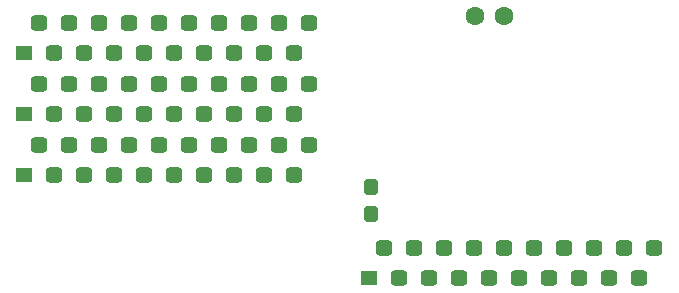
<source format=gbs>
G04 #@! TF.GenerationSoftware,KiCad,Pcbnew,7.0.2-0*
G04 #@! TF.CreationDate,2023-06-03T15:31:31+02:00*
G04 #@! TF.ProjectId,MegaCD,4d656761-4344-42e6-9b69-6361645f7063,rev?*
G04 #@! TF.SameCoordinates,Original*
G04 #@! TF.FileFunction,Soldermask,Bot*
G04 #@! TF.FilePolarity,Negative*
%FSLAX46Y46*%
G04 Gerber Fmt 4.6, Leading zero omitted, Abs format (unit mm)*
G04 Created by KiCad (PCBNEW 7.0.2-0) date 2023-06-03 15:31:31*
%MOMM*%
%LPD*%
G01*
G04 APERTURE LIST*
G04 Aperture macros list*
%AMRoundRect*
0 Rectangle with rounded corners*
0 $1 Rounding radius*
0 $2 $3 $4 $5 $6 $7 $8 $9 X,Y pos of 4 corners*
0 Add a 4 corners polygon primitive as box body*
4,1,4,$2,$3,$4,$5,$6,$7,$8,$9,$2,$3,0*
0 Add four circle primitives for the rounded corners*
1,1,$1+$1,$2,$3*
1,1,$1+$1,$4,$5*
1,1,$1+$1,$6,$7*
1,1,$1+$1,$8,$9*
0 Add four rect primitives between the rounded corners*
20,1,$1+$1,$2,$3,$4,$5,0*
20,1,$1+$1,$4,$5,$6,$7,0*
20,1,$1+$1,$6,$7,$8,$9,0*
20,1,$1+$1,$8,$9,$2,$3,0*%
G04 Aperture macros list end*
%ADD10R,1.400000X1.300000*%
%ADD11RoundRect,0.325000X0.375000X-0.325000X0.375000X0.325000X-0.375000X0.325000X-0.375000X-0.325000X0*%
%ADD12C,1.600000*%
%ADD13RoundRect,0.255319X-0.344681X0.394681X-0.344681X-0.394681X0.344681X-0.394681X0.344681X0.394681X0*%
G04 APERTURE END LIST*
D10*
X119380000Y-114757200D03*
D11*
X120650000Y-112217200D03*
X121920000Y-114757200D03*
X123190000Y-112217200D03*
X124460000Y-114757200D03*
X125730000Y-112217200D03*
X127000000Y-114757200D03*
X128270000Y-112217200D03*
X129540000Y-114757200D03*
X130810000Y-112217200D03*
X132080000Y-114757200D03*
X133350000Y-112217200D03*
X134620000Y-114757200D03*
X135890000Y-112217200D03*
X137160000Y-114757200D03*
X138430000Y-112217200D03*
X139700000Y-114757200D03*
X140970000Y-112217200D03*
X142240000Y-114757200D03*
X143510000Y-112217200D03*
D10*
X119380000Y-119888000D03*
D11*
X120650000Y-117348000D03*
X121920000Y-119888000D03*
X123190000Y-117348000D03*
X124460000Y-119888000D03*
X125730000Y-117348000D03*
X127000000Y-119888000D03*
X128270000Y-117348000D03*
X129540000Y-119888000D03*
X130810000Y-117348000D03*
X132080000Y-119888000D03*
X133350000Y-117348000D03*
X134620000Y-119888000D03*
X135890000Y-117348000D03*
X137160000Y-119888000D03*
X138430000Y-117348000D03*
X139700000Y-119888000D03*
X140970000Y-117348000D03*
X142240000Y-119888000D03*
X143510000Y-117348000D03*
D10*
X119380000Y-109601000D03*
D11*
X120650000Y-107061000D03*
X121920000Y-109601000D03*
X123190000Y-107061000D03*
X124460000Y-109601000D03*
X125730000Y-107061000D03*
X127000000Y-109601000D03*
X128270000Y-107061000D03*
X129540000Y-109601000D03*
X130810000Y-107061000D03*
X132080000Y-109601000D03*
X133350000Y-107061000D03*
X134620000Y-109601000D03*
X135890000Y-107061000D03*
X137160000Y-109601000D03*
X138430000Y-107061000D03*
X139700000Y-109601000D03*
X140970000Y-107061000D03*
X142240000Y-109601000D03*
X143510000Y-107061000D03*
D10*
X148590000Y-128651000D03*
D11*
X149860000Y-126111000D03*
X151130000Y-128651000D03*
X152400000Y-126111000D03*
X153670000Y-128651000D03*
X154940000Y-126111000D03*
X156210000Y-128651000D03*
X157480000Y-126111000D03*
X158750000Y-128651000D03*
X160020000Y-126111000D03*
X161290000Y-128651000D03*
X162560000Y-126111000D03*
X163830000Y-128651000D03*
X165100000Y-126111000D03*
X166370000Y-128651000D03*
X167640000Y-126111000D03*
X168910000Y-128651000D03*
X170180000Y-126111000D03*
X171450000Y-128651000D03*
X172720000Y-126111000D03*
D12*
X160000000Y-106426000D03*
X157500000Y-106426000D03*
D13*
X148717000Y-120904000D03*
X148717000Y-123190000D03*
M02*

</source>
